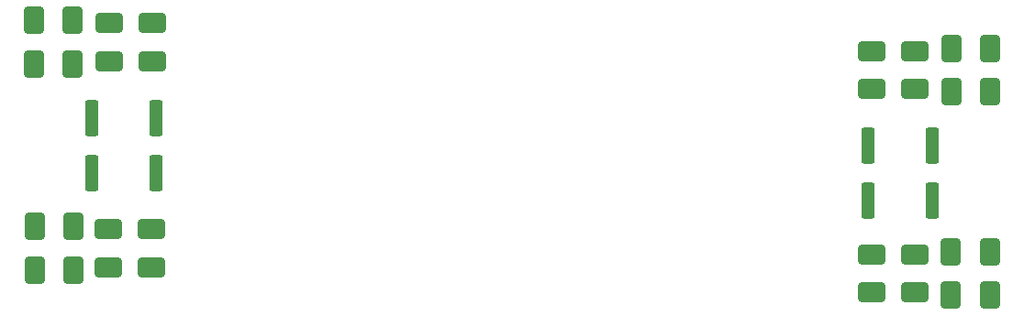
<source format=gbr>
%TF.GenerationSoftware,KiCad,Pcbnew,9.0.3*%
%TF.CreationDate,2025-10-17T11:05:45+02:00*%
%TF.ProjectId,PCB_Driver_Stepper,5043425f-4472-4697-9665-725f53746570,rev?*%
%TF.SameCoordinates,Original*%
%TF.FileFunction,Paste,Bot*%
%TF.FilePolarity,Positive*%
%FSLAX46Y46*%
G04 Gerber Fmt 4.6, Leading zero omitted, Abs format (unit mm)*
G04 Created by KiCad (PCBNEW 9.0.3) date 2025-10-17 11:05:45*
%MOMM*%
%LPD*%
G01*
G04 APERTURE LIST*
G04 Aperture macros list*
%AMRoundRect*
0 Rectangle with rounded corners*
0 $1 Rounding radius*
0 $2 $3 $4 $5 $6 $7 $8 $9 X,Y pos of 4 corners*
0 Add a 4 corners polygon primitive as box body*
4,1,4,$2,$3,$4,$5,$6,$7,$8,$9,$2,$3,0*
0 Add four circle primitives for the rounded corners*
1,1,$1+$1,$2,$3*
1,1,$1+$1,$4,$5*
1,1,$1+$1,$6,$7*
1,1,$1+$1,$8,$9*
0 Add four rect primitives between the rounded corners*
20,1,$1+$1,$2,$3,$4,$5,0*
20,1,$1+$1,$4,$5,$6,$7,0*
20,1,$1+$1,$6,$7,$8,$9,0*
20,1,$1+$1,$8,$9,$2,$3,0*%
G04 Aperture macros list end*
%ADD10RoundRect,0.250000X1.000000X0.650000X-1.000000X0.650000X-1.000000X-0.650000X1.000000X-0.650000X0*%
%ADD11RoundRect,0.250000X-0.650000X1.000000X-0.650000X-1.000000X0.650000X-1.000000X0.650000X1.000000X0*%
%ADD12RoundRect,0.250000X0.362500X1.425000X-0.362500X1.425000X-0.362500X-1.425000X0.362500X-1.425000X0*%
%ADD13RoundRect,0.250000X0.650000X-1.000000X0.650000X1.000000X-0.650000X1.000000X-0.650000X-1.000000X0*%
%ADD14RoundRect,0.250000X-1.000000X-0.650000X1.000000X-0.650000X1.000000X0.650000X-1.000000X0.650000X0*%
%ADD15RoundRect,0.250000X-0.362500X-1.425000X0.362500X-1.425000X0.362500X1.425000X-0.362500X1.425000X0*%
G04 APERTURE END LIST*
D10*
%TO.C,D402*%
X104142600Y-93851000D03*
X100142600Y-93851000D03*
%TD*%
%TO.C,D414*%
X174572000Y-77418000D03*
X170572000Y-77418000D03*
%TD*%
D11*
%TO.C,D415*%
X177866000Y-95952000D03*
X177866000Y-99952000D03*
%TD*%
D12*
%TO.C,R405*%
X176114000Y-91205000D03*
X170189000Y-91205000D03*
%TD*%
D13*
%TO.C,D401*%
X96864600Y-97629000D03*
X96864600Y-93629000D03*
%TD*%
D14*
%TO.C,D412*%
X170572000Y-96214000D03*
X174572000Y-96214000D03*
%TD*%
D15*
%TO.C,R401*%
X98632600Y-88665000D03*
X104557600Y-88665000D03*
%TD*%
D10*
%TO.C,D416*%
X174572000Y-99730000D03*
X170572000Y-99730000D03*
%TD*%
D11*
%TO.C,D409*%
X181502000Y-77156000D03*
X181502000Y-81156000D03*
%TD*%
D12*
%TO.C,R404*%
X176114000Y-86125000D03*
X170189000Y-86125000D03*
%TD*%
D11*
%TO.C,D405*%
X93308600Y-93629000D03*
X93308600Y-97629000D03*
%TD*%
D14*
%TO.C,D408*%
X100174600Y-78357000D03*
X104174600Y-78357000D03*
%TD*%
D11*
%TO.C,D403*%
X96840600Y-74579000D03*
X96840600Y-78579000D03*
%TD*%
D10*
%TO.C,D404*%
X104174600Y-74801000D03*
X100174600Y-74801000D03*
%TD*%
D15*
%TO.C,R402*%
X98632600Y-83585000D03*
X104557600Y-83585000D03*
%TD*%
D13*
%TO.C,D407*%
X93284600Y-78579000D03*
X93284600Y-74579000D03*
%TD*%
%TO.C,D413*%
X177906000Y-81156000D03*
X177906000Y-77156000D03*
%TD*%
%TO.C,D411*%
X181462000Y-99952000D03*
X181462000Y-95952000D03*
%TD*%
D14*
%TO.C,D406*%
X100142600Y-97407000D03*
X104142600Y-97407000D03*
%TD*%
%TO.C,D410*%
X170572000Y-80934000D03*
X174572000Y-80934000D03*
%TD*%
M02*

</source>
